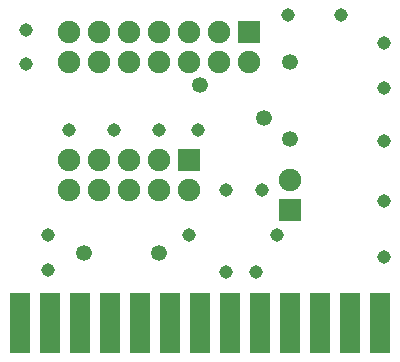
<source format=gbs>
G04 DipTrace 2.4.0.2*
%INBottomMask.gbr*%
%MOMM*%
%ADD19C,1.143*%
%ADD23C,1.343*%
%ADD25C,1.9*%
%ADD27R,1.9X1.9*%
%ADD29R,1.7X5.2*%
%FSLAX53Y53*%
G04*
G71*
G90*
G75*
G01*
%LNBotMask*%
%LPD*%
D23*
X27145Y32701D3*
X32542Y29844D3*
X23653Y18414D3*
X17302D3*
X34765Y34606D3*
Y28098D3*
D19*
X14286Y20001D3*
X29367Y16826D3*
X26192Y20001D3*
X31907Y16826D3*
X14281Y16984D3*
X29367Y23811D3*
X42703Y18096D3*
Y22859D3*
Y27939D3*
Y32384D3*
Y36194D3*
X39051Y38575D3*
X34606D3*
X33654Y20001D3*
X32384Y23811D3*
X16032Y28891D3*
X19843D3*
X23653D3*
X26986D3*
X12381Y37305D3*
Y34448D3*
D29*
X42336Y12539D3*
X39796D3*
X37256D3*
X34716D3*
X32176D3*
X29636D3*
X27096D3*
X24556D3*
X22016D3*
X19476D3*
X16936D3*
X14396D3*
X11856D3*
D27*
X31273Y37146D3*
D25*
Y34606D3*
X28733Y37146D3*
Y34606D3*
X26193Y37146D3*
Y34606D3*
X23653Y37146D3*
Y34606D3*
X21113Y37146D3*
Y34606D3*
X18573Y37146D3*
Y34606D3*
X16033Y37146D3*
Y34606D3*
D27*
X26193Y26351D3*
D25*
Y23811D3*
X23653Y26351D3*
Y23811D3*
X21113Y26351D3*
Y23811D3*
X18573Y26351D3*
Y23811D3*
X16032Y26351D3*
Y23811D3*
D27*
X34765Y22065D3*
D25*
Y24605D3*
M02*

</source>
